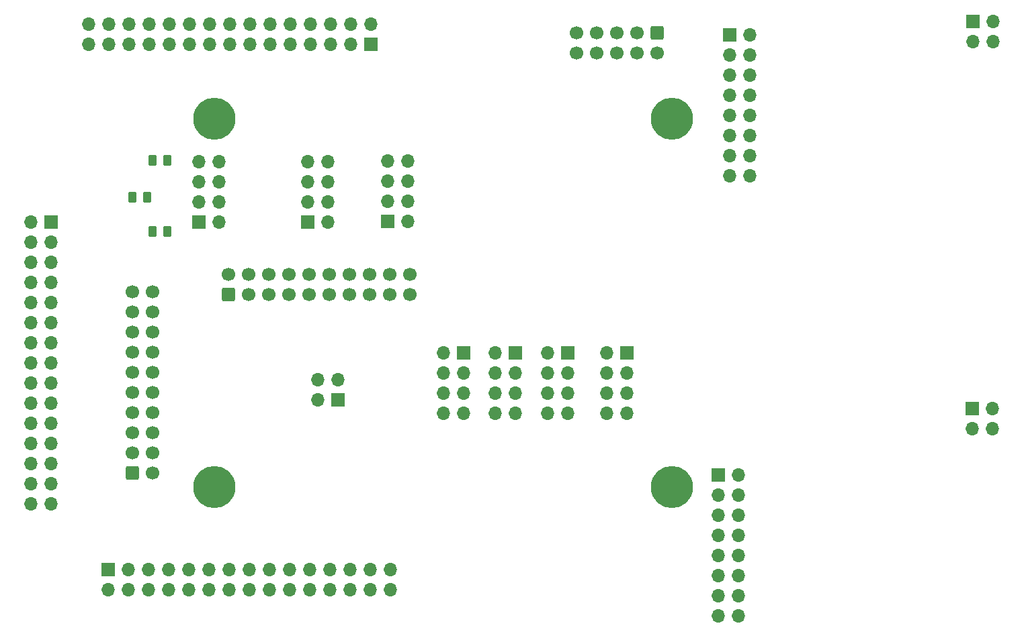
<source format=gbr>
%TF.GenerationSoftware,KiCad,Pcbnew,7.0.7*%
%TF.CreationDate,2024-02-23T10:38:31+08:00*%
%TF.ProjectId,sheet1,73686565-7431-42e6-9b69-6361645f7063,2*%
%TF.SameCoordinates,Original*%
%TF.FileFunction,Soldermask,Top*%
%TF.FilePolarity,Negative*%
%FSLAX46Y46*%
G04 Gerber Fmt 4.6, Leading zero omitted, Abs format (unit mm)*
G04 Created by KiCad (PCBNEW 7.0.7) date 2024-02-23 10:38:31*
%MOMM*%
%LPD*%
G01*
G04 APERTURE LIST*
G04 Aperture macros list*
%AMRoundRect*
0 Rectangle with rounded corners*
0 $1 Rounding radius*
0 $2 $3 $4 $5 $6 $7 $8 $9 X,Y pos of 4 corners*
0 Add a 4 corners polygon primitive as box body*
4,1,4,$2,$3,$4,$5,$6,$7,$8,$9,$2,$3,0*
0 Add four circle primitives for the rounded corners*
1,1,$1+$1,$2,$3*
1,1,$1+$1,$4,$5*
1,1,$1+$1,$6,$7*
1,1,$1+$1,$8,$9*
0 Add four rect primitives between the rounded corners*
20,1,$1+$1,$2,$3,$4,$5,0*
20,1,$1+$1,$4,$5,$6,$7,0*
20,1,$1+$1,$6,$7,$8,$9,0*
20,1,$1+$1,$8,$9,$2,$3,0*%
G04 Aperture macros list end*
%ADD10O,1.700000X1.700000*%
%ADD11R,1.700000X1.700000*%
%ADD12RoundRect,0.250000X-0.262500X-0.450000X0.262500X-0.450000X0.262500X0.450000X-0.262500X0.450000X0*%
%ADD13C,1.700000*%
%ADD14RoundRect,0.250000X0.600000X-0.600000X0.600000X0.600000X-0.600000X0.600000X-0.600000X-0.600000X0*%
%ADD15RoundRect,0.250000X0.262500X0.450000X-0.262500X0.450000X-0.262500X-0.450000X0.262500X-0.450000X0*%
%ADD16RoundRect,0.250000X-0.600000X0.600000X-0.600000X-0.600000X0.600000X-0.600000X0.600000X0.600000X0*%
%ADD17C,5.300000*%
%ADD18RoundRect,0.250000X-0.600000X-0.600000X0.600000X-0.600000X0.600000X0.600000X-0.600000X0.600000X0*%
G04 APERTURE END LIST*
D10*
%TO.C,UART2*%
X242986200Y-127269800D03*
X245526200Y-127269800D03*
X242986200Y-124729800D03*
X245526200Y-124729800D03*
X242986200Y-122189800D03*
X245526200Y-122189800D03*
X242986200Y-119649800D03*
D11*
X245526200Y-119649800D03*
%TD*%
D12*
%TO.C,RU2*%
X208136200Y-95299800D03*
X206311200Y-95299800D03*
%TD*%
D13*
%TO.C,INC1*%
X238686200Y-109684800D03*
X238686200Y-112224800D03*
X236146200Y-109684800D03*
X236146200Y-112224800D03*
X233606200Y-109684800D03*
X233606200Y-112224800D03*
X231066200Y-109684800D03*
X231066200Y-112224800D03*
X228526200Y-109684800D03*
X228526200Y-112224800D03*
X225986200Y-109684800D03*
X225986200Y-112224800D03*
X223446200Y-109684800D03*
X223446200Y-112224800D03*
X220906200Y-109684800D03*
X220906200Y-112224800D03*
X218366200Y-109684800D03*
X218366200Y-112224800D03*
X215826200Y-109684800D03*
D14*
X215826200Y-112224800D03*
%TD*%
D15*
%TO.C,RU3*%
X203761200Y-99949800D03*
X205586200Y-99949800D03*
%TD*%
D11*
%TO.C,J2*%
X309608715Y-126630980D03*
D10*
X309608715Y-129170980D03*
X312148715Y-126630980D03*
X312148715Y-129170980D03*
%TD*%
%TO.C,UART3*%
X256086200Y-127219800D03*
X258626200Y-127219800D03*
X256086200Y-124679800D03*
X258626200Y-124679800D03*
X256086200Y-122139800D03*
X258626200Y-122139800D03*
X256086200Y-119599800D03*
D11*
X258626200Y-119599800D03*
%TD*%
D13*
%TO.C,J1*%
X259761200Y-81789800D03*
X259761200Y-79249800D03*
X262301200Y-81789800D03*
X262301200Y-79249800D03*
X264841200Y-81789800D03*
X264841200Y-79249800D03*
X267381200Y-81789800D03*
X267381200Y-79249800D03*
X269921200Y-81789800D03*
D16*
X269921200Y-79249800D03*
%TD*%
D10*
%TO.C,CAN1*%
X238511200Y-95374800D03*
X235971200Y-95374800D03*
X238511200Y-97914800D03*
X235971200Y-97914800D03*
X238511200Y-100454800D03*
X235971200Y-100454800D03*
X238511200Y-102994800D03*
D11*
X235971200Y-102994800D03*
%TD*%
D12*
%TO.C,RU1*%
X208161200Y-104324800D03*
X206336200Y-104324800D03*
%TD*%
D10*
%TO.C,LEM2*%
X198266200Y-78124800D03*
X198266200Y-80664800D03*
X200806200Y-78124800D03*
X200806200Y-80664800D03*
X203346200Y-78124800D03*
X203346200Y-80664800D03*
X205886200Y-78124800D03*
X205886200Y-80664800D03*
X208426200Y-78124800D03*
X208426200Y-80664800D03*
X210966200Y-78124800D03*
X210966200Y-80664800D03*
X213506200Y-78124800D03*
X213506200Y-80664800D03*
X216046200Y-78124800D03*
X216046200Y-80664800D03*
X218586200Y-78124800D03*
X218586200Y-80664800D03*
X221126200Y-78124800D03*
X221126200Y-80664800D03*
X223666200Y-78124800D03*
X223666200Y-80664800D03*
X226206200Y-78124800D03*
X226206200Y-80664800D03*
X228746200Y-78124800D03*
X228746200Y-80664800D03*
X231286200Y-78124800D03*
X231286200Y-80664800D03*
X233826200Y-78124800D03*
D11*
X233826200Y-80664800D03*
%TD*%
%TO.C,IPM1*%
X279010000Y-79450000D03*
D10*
X281550000Y-79450000D03*
X279010000Y-81990000D03*
X281550000Y-81990000D03*
X279010000Y-84530000D03*
X281550000Y-84530000D03*
X279010000Y-87070000D03*
X281550000Y-87070000D03*
X279010000Y-89610000D03*
X281550000Y-89610000D03*
X279010000Y-92150000D03*
X281550000Y-92150000D03*
X279010000Y-94690000D03*
X281550000Y-94690000D03*
X279010000Y-97230000D03*
X281550000Y-97230000D03*
%TD*%
%TO.C,POWER1*%
X191000000Y-138624800D03*
X193540000Y-138624800D03*
X191000000Y-136084800D03*
X193540000Y-136084800D03*
X191000000Y-133544800D03*
X193540000Y-133544800D03*
X191000000Y-131004800D03*
X193540000Y-131004800D03*
X191000000Y-128464800D03*
X193540000Y-128464800D03*
X191000000Y-125924800D03*
X193540000Y-125924800D03*
X191000000Y-123384800D03*
X193540000Y-123384800D03*
X191000000Y-120844800D03*
X193540000Y-120844800D03*
X191000000Y-118304800D03*
X193540000Y-118304800D03*
X191000000Y-115764800D03*
X193540000Y-115764800D03*
X191000000Y-113224800D03*
X193540000Y-113224800D03*
X191000000Y-110684800D03*
X193540000Y-110684800D03*
X191000000Y-108144800D03*
X193540000Y-108144800D03*
X191000000Y-105604800D03*
X193540000Y-105604800D03*
X191000000Y-103064800D03*
D11*
X193540000Y-103064800D03*
%TD*%
D10*
%TO.C,SPI2*%
X263496200Y-127224800D03*
X266036200Y-127224800D03*
X263496200Y-124684800D03*
X266036200Y-124684800D03*
X263496200Y-122144800D03*
X266036200Y-122144800D03*
X263496200Y-119604800D03*
D11*
X266036200Y-119604800D03*
%TD*%
D10*
%TO.C,CAN2*%
X228361200Y-95474800D03*
X225821200Y-95474800D03*
X228361200Y-98014800D03*
X225821200Y-98014800D03*
X228361200Y-100554800D03*
X225821200Y-100554800D03*
X228361200Y-103094800D03*
D11*
X225821200Y-103094800D03*
%TD*%
%TO.C,J3*%
X309644715Y-77823800D03*
D10*
X309644715Y-80363800D03*
X312184715Y-77823800D03*
X312184715Y-80363800D03*
%TD*%
%TO.C,LEM1*%
X236241200Y-149464800D03*
X236241200Y-146924800D03*
X233701200Y-149464800D03*
X233701200Y-146924800D03*
X231161200Y-149464800D03*
X231161200Y-146924800D03*
X228621200Y-149464800D03*
X228621200Y-146924800D03*
X226081200Y-149464800D03*
X226081200Y-146924800D03*
X223541200Y-149464800D03*
X223541200Y-146924800D03*
X221001200Y-149464800D03*
X221001200Y-146924800D03*
X218461200Y-149464800D03*
X218461200Y-146924800D03*
X215921200Y-149464800D03*
X215921200Y-146924800D03*
X213381200Y-149464800D03*
X213381200Y-146924800D03*
X210841200Y-149464800D03*
X210841200Y-146924800D03*
X208301200Y-149464800D03*
X208301200Y-146924800D03*
X205761200Y-149464800D03*
X205761200Y-146924800D03*
X203221200Y-149464800D03*
X203221200Y-146924800D03*
X200681200Y-149464800D03*
D11*
X200681200Y-146924800D03*
%TD*%
D10*
%TO.C,UART1*%
X249436200Y-127219800D03*
X251976200Y-127219800D03*
X249436200Y-124679800D03*
X251976200Y-124679800D03*
X249436200Y-122139800D03*
X251976200Y-122139800D03*
X249436200Y-119599800D03*
D11*
X251976200Y-119599800D03*
%TD*%
D10*
%TO.C,UART4*%
X214661200Y-95459800D03*
X212121200Y-95459800D03*
X214661200Y-97999800D03*
X212121200Y-97999800D03*
X214661200Y-100539800D03*
X212121200Y-100539800D03*
X214661200Y-103079800D03*
D11*
X212121200Y-103079800D03*
%TD*%
%TO.C,IPM2*%
X277604008Y-135046687D03*
D10*
X280144008Y-135046687D03*
X277604008Y-137586687D03*
X280144008Y-137586687D03*
X277604008Y-140126687D03*
X280144008Y-140126687D03*
X277604008Y-142666687D03*
X280144008Y-142666687D03*
X277604008Y-145206687D03*
X280144008Y-145206687D03*
X277604008Y-147746687D03*
X280144008Y-147746687D03*
X277604008Y-150286687D03*
X280144008Y-150286687D03*
X277604008Y-152826687D03*
X280144008Y-152826687D03*
%TD*%
%TO.C,DI1*%
X227096200Y-122974800D03*
X227096200Y-125514800D03*
X229636200Y-122974800D03*
D11*
X229636200Y-125514800D03*
%TD*%
D17*
%TO.C,DSP1*%
X214127200Y-136534800D03*
X271785200Y-136534800D03*
X271785200Y-90052800D03*
X214127200Y-90052800D03*
%TD*%
D13*
%TO.C,SPI1*%
X206301200Y-111899800D03*
X203761200Y-111899800D03*
X206301200Y-114439800D03*
X203761200Y-114439800D03*
X206301200Y-116979800D03*
X203761200Y-116979800D03*
X206301200Y-119519800D03*
X203761200Y-119519800D03*
X206301200Y-122059800D03*
X203761200Y-122059800D03*
X206301200Y-124599800D03*
X203761200Y-124599800D03*
X206301200Y-127139800D03*
X203761200Y-127139800D03*
X206301200Y-129679800D03*
X203761200Y-129679800D03*
X206301200Y-132219800D03*
X203761200Y-132219800D03*
X206301200Y-134759800D03*
D18*
X203761200Y-134759800D03*
%TD*%
M02*

</source>
